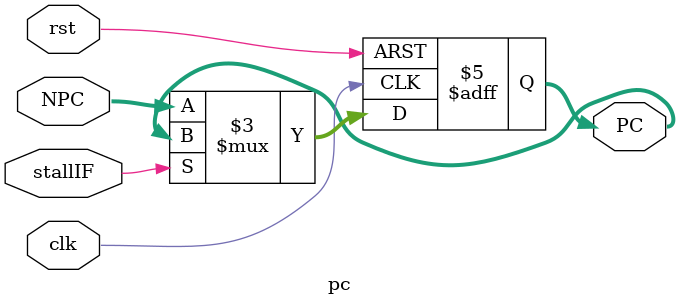
<source format=v>
`timescale 1ns / 1ps
`include "definitions.vh"

module pc (
    input wire        clk,
    input wire        rst,
    input wire [31:0] NPC,
    input wire        stallIF,

    output reg [31:0] PC
);

  always @(posedge clk or posedge rst) begin
    if (rst) begin
      PC <= 32'h0;
    end else if (~stallIF) begin
      PC <= NPC;
    end
    // stalling: do nothing
  end

endmodule

</source>
